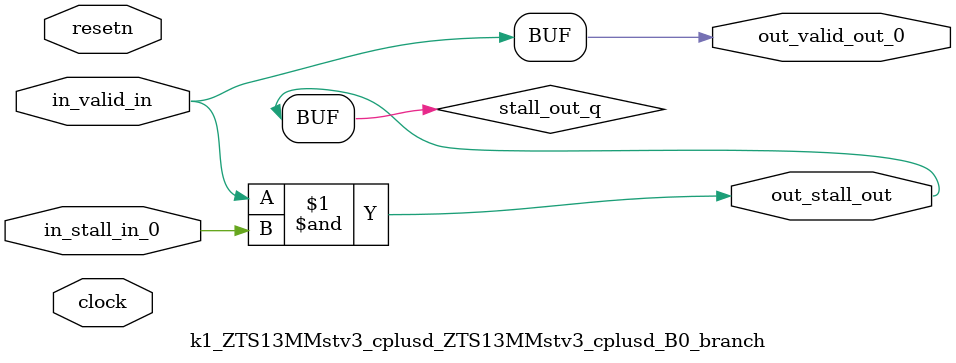
<source format=sv>



(* altera_attribute = "-name AUTO_SHIFT_REGISTER_RECOGNITION OFF; -name MESSAGE_DISABLE 10036; -name MESSAGE_DISABLE 10037; -name MESSAGE_DISABLE 14130; -name MESSAGE_DISABLE 14320; -name MESSAGE_DISABLE 15400; -name MESSAGE_DISABLE 14130; -name MESSAGE_DISABLE 10036; -name MESSAGE_DISABLE 12020; -name MESSAGE_DISABLE 12030; -name MESSAGE_DISABLE 12010; -name MESSAGE_DISABLE 12110; -name MESSAGE_DISABLE 14320; -name MESSAGE_DISABLE 13410; -name MESSAGE_DISABLE 113007; -name MESSAGE_DISABLE 10958" *)
module k1_ZTS13MMstv3_cplusd_ZTS13MMstv3_cplusd_B0_branch (
    input wire [0:0] in_stall_in_0,
    input wire [0:0] in_valid_in,
    output wire [0:0] out_stall_out,
    output wire [0:0] out_valid_out_0,
    input wire clock,
    input wire resetn
    );

    wire [0:0] stall_out_q;


    // stall_out(LOGICAL,6)
    assign stall_out_q = in_valid_in & in_stall_in_0;

    // out_stall_out(GPOUT,4)
    assign out_stall_out = stall_out_q;

    // out_valid_out_0(GPOUT,5)
    assign out_valid_out_0 = in_valid_in;

endmodule

</source>
